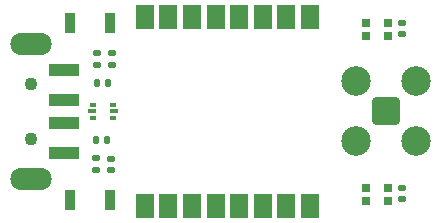
<source format=gbr>
%TF.GenerationSoftware,KiCad,Pcbnew,(7.0.0)*%
%TF.CreationDate,2023-06-22T14:20:15+03:00*%
%TF.ProjectId,Longle,4c6f6e67-6c65-42e6-9b69-6361645f7063,1.0*%
%TF.SameCoordinates,Original*%
%TF.FileFunction,Soldermask,Top*%
%TF.FilePolarity,Negative*%
%FSLAX46Y46*%
G04 Gerber Fmt 4.6, Leading zero omitted, Abs format (unit mm)*
G04 Created by KiCad (PCBNEW (7.0.0)) date 2023-06-22 14:20:15*
%MOMM*%
%LPD*%
G01*
G04 APERTURE LIST*
G04 Aperture macros list*
%AMRoundRect*
0 Rectangle with rounded corners*
0 $1 Rounding radius*
0 $2 $3 $4 $5 $6 $7 $8 $9 X,Y pos of 4 corners*
0 Add a 4 corners polygon primitive as box body*
4,1,4,$2,$3,$4,$5,$6,$7,$8,$9,$2,$3,0*
0 Add four circle primitives for the rounded corners*
1,1,$1+$1,$2,$3*
1,1,$1+$1,$4,$5*
1,1,$1+$1,$6,$7*
1,1,$1+$1,$8,$9*
0 Add four rect primitives between the rounded corners*
20,1,$1+$1,$2,$3,$4,$5,0*
20,1,$1+$1,$4,$5,$6,$7,0*
20,1,$1+$1,$6,$7,$8,$9,0*
20,1,$1+$1,$8,$9,$2,$3,0*%
G04 Aperture macros list end*
%ADD10RoundRect,0.147500X-0.147500X-0.172500X0.147500X-0.172500X0.147500X0.172500X-0.147500X0.172500X0*%
%ADD11RoundRect,0.140000X0.170000X-0.140000X0.170000X0.140000X-0.170000X0.140000X-0.170000X-0.140000X0*%
%ADD12RoundRect,0.200100X-0.949900X0.949900X-0.949900X-0.949900X0.949900X-0.949900X0.949900X0.949900X0*%
%ADD13C,2.500000*%
%ADD14C,1.100000*%
%ADD15R,2.500000X1.100000*%
%ADD16O,3.500000X1.900000*%
%ADD17R,0.900000X1.700000*%
%ADD18R,0.500000X0.375000*%
%ADD19R,0.650000X0.300000*%
%ADD20RoundRect,0.135000X0.185000X-0.135000X0.185000X0.135000X-0.185000X0.135000X-0.185000X-0.135000X0*%
%ADD21RoundRect,0.135000X-0.185000X0.135000X-0.185000X-0.135000X0.185000X-0.135000X0.185000X0.135000X0*%
%ADD22R,0.700000X0.700000*%
%ADD23R,1.500000X2.000000*%
%ADD24RoundRect,0.147500X0.147500X0.172500X-0.147500X0.172500X-0.147500X-0.172500X0.147500X-0.172500X0*%
G04 APERTURE END LIST*
D10*
%TO.C,D201*%
X140447400Y-104114600D03*
X141417400Y-104114600D03*
%TD*%
D11*
%TO.C,C102*%
X141757400Y-106654600D03*
X141757400Y-105694600D03*
%TD*%
D12*
%TO.C,AE301*%
X165028600Y-101673600D03*
D13*
X167568600Y-99133600D03*
X162488600Y-99133600D03*
X167568600Y-104213600D03*
X162488600Y-104213600D03*
%TD*%
D11*
%TO.C,C106*%
X166369400Y-95154600D03*
X166369400Y-94194600D03*
%TD*%
D14*
%TO.C,J101*%
X134971600Y-103973600D03*
X134971600Y-99373600D03*
D15*
X137721599Y-105173599D03*
X137721599Y-102673599D03*
X137721599Y-100673599D03*
X137721599Y-98173599D03*
D16*
X134971599Y-107373599D03*
X134971599Y-95973599D03*
%TD*%
D17*
%TO.C,SW201*%
X138231599Y-109194599D03*
X141631599Y-109194599D03*
%TD*%
D18*
%TO.C,U102*%
X140175599Y-101136099D03*
D19*
X140100599Y-101673599D03*
D18*
X140175599Y-102211099D03*
X141875599Y-102211099D03*
D19*
X141950599Y-101673599D03*
D18*
X141875599Y-101136099D03*
%TD*%
D20*
%TO.C,R203*%
X140517600Y-97768600D03*
X140517600Y-96748600D03*
%TD*%
D21*
%TO.C,R202*%
X141787600Y-96744600D03*
X141787600Y-97764600D03*
%TD*%
D20*
%TO.C,R204*%
X140487400Y-106656600D03*
X140487400Y-105636600D03*
%TD*%
D22*
%TO.C,D102*%
X165151399Y-109236599D03*
X165151399Y-108136599D03*
X163321399Y-108136599D03*
X163321399Y-109236599D03*
%TD*%
D17*
%TO.C,SW202*%
X141628599Y-94232599D03*
X138228599Y-94232599D03*
%TD*%
D22*
%TO.C,D101*%
X165151399Y-95266599D03*
X165151399Y-94166599D03*
X163321399Y-94166599D03*
X163321399Y-95266599D03*
%TD*%
D23*
%TO.C,U301*%
X158581599Y-93673599D03*
X156581599Y-93673599D03*
X154581599Y-93673599D03*
X152581599Y-93673599D03*
X150581599Y-93673599D03*
X148581599Y-93673599D03*
X146581599Y-93673599D03*
X144581599Y-93673599D03*
X144581599Y-109673599D03*
X146581599Y-109673599D03*
X148581599Y-109673599D03*
X150581599Y-109673599D03*
X152581599Y-109673599D03*
X154581599Y-109673599D03*
X156581599Y-109673599D03*
X158581599Y-109673599D03*
%TD*%
D24*
%TO.C,D202*%
X141510600Y-99288600D03*
X140540600Y-99288600D03*
%TD*%
D11*
%TO.C,C107*%
X166369400Y-109130600D03*
X166369400Y-108170600D03*
%TD*%
M02*

</source>
